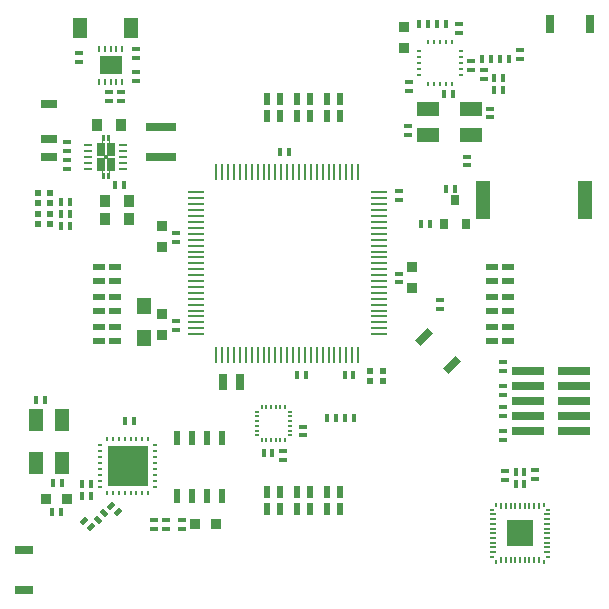
<source format=gtp>
G04 ================== begin FILE IDENTIFICATION RECORD ==================*
G04 Layout Name:  E:/git/clay/Circuit/R6/allegro/CLAYR6.brd*
G04 Film Name:    PASTE_TOP*
G04 File Format:  Gerber RS274X*
G04 File Origin:  Cadence Allegro 16.6-P004*
G04 Origin Date:  Sun Dec 13 23:06:28 2015*
G04 *
G04 Layer:  VIA CLASS/PASTEMASK_TOP*
G04 Layer:  PIN/PASTEMASK_TOP*
G04 Layer:  DRC ERROR CLASS/PASTEMASK_TOP*
G04 *
G04 Offset:    (0.00 0.00)*
G04 Mirror:    No*
G04 Mode:      Positive*
G04 Rotation:  0*
G04 FullContactRelief:  No*
G04 UndefLineWidth:     0.00*
G04 ================== end FILE IDENTIFICATION RECORD ====================*
%FSLAX25Y25*MOIN*%
%IR0*IPPOS*OFA0.00000B0.00000*MIA0B0*SFA1.00000B1.00000*%
%ADD29R,.1X.03*%
%ADD44R,.05X.125*%
%ADD47R,.105X.028*%
%AMMACRO40*
21,1,.028,.06,0.0,0.0,135.*%
%ADD40MACRO40*%
%ADD38R,.014X.007*%
%ADD37R,.007X.014*%
%ADD23R,.009X.022*%
%ADD20R,.031X.009*%
%ADD27R,.014X.009*%
%AMMACRO16*
21,1,.018,.028,0.0,0.0,135.*%
%ADD16MACRO16*%
%ADD26R,.009X.014*%
%ADD43R,.019X.008*%
%ADD46R,.008X.019*%
%ADD45R,.09X.09*%
%ADD14R,.021X.02*%
%ADD31R,.02X.05*%
%ADD33R,.052X.011*%
%ADD10R,.06X.03*%
%ADD48R,.03X.06*%
%ADD41R,.03X.033*%
%ADD35R,.011X.052*%
%AMMACRO19*
4,1,44,.0311,-.04567,
.01496,-.04567,
.01496,-.07402,
.00472,-.07402,
.00472,-.05433,
.00871,-.05433,
.00871,-.04567,
.00433,-.04567,
.00433,-.008,
-.00433,-.008,
-.00433,-.04567,
-.00898,-.04567,
-.00898,-.05433,
-.00472,-.05433,
-.00472,-.07402,
-.01496,-.07402,
-.01496,-.04567,
-.0311,-.04567,
-.0311,-.00433,
-.008,-.00433,
-.008,.00433,
-.0311,.00433,
-.0311,.04567,
-.01496,.04567,
-.01496,.07402,
-.00472,.07402,
-.00472,.05433,
-.00936,.05433,
-.00936,.04567,
-.00433,.04567,
-.00433,.008,
.00433,.008,
.00433,.04567,
.00942,.04567,
.00942,.05433,
.00474,.05433,
.00474,.07402,
.01496,.07402,
.01496,.04567,
.0311,.04567,
.0311,.00433,
.008,.00433,
.008,-.00433,
.0311,-.00433,
.0311,-.04567,
0.0*
%
%ADD19MACRO19*%
%ADD18R,.043X.023*%
%ADD36R,.023X.043*%
%ADD39R,.023X.019*%
%ADD22R,.038X.04*%
%ADD24R,.05X.065*%
%ADD15R,.055X.025*%
%ADD34R,.028X.052*%
%ADD30R,.075X.06*%
%ADD28R,.045X.055*%
%ADD21R,.028X.018*%
%AMMACRO17*
21,1,.018,.028,0.0,0.0,45.*%
%ADD17MACRO17*%
%ADD32R,.038X.036*%
%ADD13R,.018X.028*%
%ADD42R,.075X.045*%
%ADD11R,.036X.038*%
%ADD12R,.045X.075*%
%ADD25R,.135X.135*%
%LPD*%
G75*
G54D10*
X-93400Y-95393D03*
Y-82007D03*
G54D11*
X-86000Y-65000D03*
X-79000D03*
X-36100Y-73300D03*
X-29100D03*
G54D20*
X-71807Y52937D03*
Y50968D03*
Y49000D03*
Y47032D03*
Y45063D03*
X-60193Y52937D03*
Y50968D03*
Y49000D03*
Y47032D03*
Y45063D03*
G54D12*
X-89331Y-53134D03*
Y-38567D03*
X-80669Y-53134D03*
Y-38567D03*
G54D21*
X-78950Y47975D03*
Y45025D03*
Y53975D03*
Y51025D03*
X-75000Y83475D03*
Y80525D03*
X-64900Y70475D03*
Y67525D03*
X-60900Y70475D03*
Y67525D03*
X-55900Y77175D03*
Y74225D03*
Y81825D03*
Y84775D03*
X-49800Y-72125D03*
Y-75075D03*
X-45800Y-72125D03*
Y-75075D03*
X-40600D03*
Y-72125D03*
X-42600Y-8775D03*
Y-5825D03*
Y20725D03*
Y23675D03*
X-6900Y-52075D03*
Y-49125D03*
X-300Y-43875D03*
Y-40925D03*
X31600Y7125D03*
Y10075D03*
Y34525D03*
Y37475D03*
X45300Y1175D03*
Y-1775D03*
X35000Y71025D03*
X34600Y59375D03*
Y56425D03*
X35000Y73975D03*
X54500Y49075D03*
Y46125D03*
X62000Y62125D03*
Y65075D03*
X60000Y75025D03*
Y77975D03*
X55900Y80875D03*
Y77925D03*
X51700Y90325D03*
Y93275D03*
X66500Y-45475D03*
X77200Y-58475D03*
Y-55525D03*
X67000Y-58675D03*
Y-55725D03*
X66500Y-42525D03*
Y-37475D03*
Y-34525D03*
Y-27525D03*
Y-30475D03*
Y-22475D03*
Y-19525D03*
X72000Y84575D03*
Y81625D03*
G54D30*
X-64400Y79500D03*
G54D13*
X-86375Y-32000D03*
X-89325D03*
X-73975Y-64000D03*
X-71025D03*
Y-60000D03*
X-73975D03*
X-83625Y-59700D03*
X-80675D03*
X-83975Y-69500D03*
X-81025D03*
X-78025Y34100D03*
X-80975D03*
X-78025Y30000D03*
X-80975D03*
X-78025Y25900D03*
X-80975D03*
X-56725Y-39100D03*
X-59675D03*
X-62975Y39500D03*
X-60025D03*
X-10425Y-49600D03*
X-13375D03*
X-2075Y-23600D03*
X-4825Y50600D03*
X-7775D03*
X7925Y-38200D03*
X10875D03*
X13925D03*
X13625Y-23600D03*
X875D03*
X16875Y-38200D03*
X16575Y-23600D03*
X47425Y38400D03*
X42075Y26500D03*
X39125D03*
X46825Y69900D03*
X47475Y93300D03*
X44525D03*
X38525D03*
X41475D03*
X50375Y38400D03*
X49775Y69900D03*
X63525Y71200D03*
X62475Y81600D03*
X59525D03*
X63525Y75200D03*
X70625Y-60200D03*
X73575D03*
X70625Y-56200D03*
X73575D03*
X66475Y71200D03*
Y75200D03*
X68475Y81600D03*
X65525D03*
G54D22*
X-68937Y59600D03*
X-66137Y34400D03*
X-58263D03*
X-66137Y28300D03*
X-58263D03*
X-61063Y59600D03*
G54D31*
X-37100Y-64200D03*
X-42100D03*
X-37100Y-44800D03*
X-42100D03*
X-27100Y-64200D03*
X-32100D03*
X-27100Y-44800D03*
X-32100D03*
G54D40*
X49433Y-20533D03*
X39967Y-11067D03*
G54D32*
X-47200Y-10500D03*
Y-3500D03*
Y19100D03*
Y26100D03*
X36200Y5300D03*
Y12300D03*
X33500Y85200D03*
Y92200D03*
G54D41*
X46700Y26550D03*
X50400Y34450D03*
X54100Y26550D03*
G54D14*
X-88550Y33500D03*
X-84450D03*
X-88550Y26500D03*
X-84450D03*
X-88550Y30000D03*
X-84450D03*
X-88550Y37000D03*
X-84450D03*
G54D23*
X-68335Y85012D03*
Y73988D03*
X-66367Y85012D03*
X-64399D03*
X-62431D03*
X-60463D03*
X-66367Y73988D03*
X-64399D03*
X-62431D03*
X-60463D03*
G54D42*
X41266Y56419D03*
Y65081D03*
X55833Y56419D03*
Y65081D03*
G54D15*
X-84810Y54947D03*
Y49042D03*
Y66758D03*
G54D24*
X-74500Y91900D03*
X-57500D03*
G54D33*
X-36012Y-10122D03*
Y-8154D03*
Y-6185D03*
Y-4216D03*
Y-2248D03*
Y-280D03*
Y1689D03*
Y3658D03*
Y5626D03*
Y7594D03*
Y9563D03*
Y11532D03*
Y13500D03*
Y15468D03*
Y17437D03*
Y19406D03*
Y21374D03*
Y23342D03*
Y25311D03*
Y27280D03*
Y29248D03*
Y31216D03*
Y33185D03*
Y35154D03*
Y37122D03*
X25012Y-10122D03*
Y-8154D03*
Y-6185D03*
Y-4216D03*
Y-2248D03*
Y-280D03*
Y1689D03*
Y3658D03*
Y5626D03*
Y7594D03*
Y9563D03*
Y11532D03*
Y13500D03*
Y15468D03*
Y17437D03*
Y19406D03*
Y21374D03*
Y23342D03*
Y25311D03*
Y27280D03*
Y29248D03*
Y31216D03*
Y33185D03*
Y35154D03*
Y37122D03*
G54D25*
X-58700Y-54100D03*
G54D34*
X-21100Y-26000D03*
X-26900D03*
G54D43*
X63140Y-82780D03*
Y-81210D03*
Y-79640D03*
Y-78070D03*
Y-76500D03*
Y-74930D03*
Y-73360D03*
Y-71790D03*
Y-70220D03*
X81060Y-82780D03*
Y-81210D03*
Y-79640D03*
Y-78070D03*
Y-76500D03*
Y-74930D03*
Y-73360D03*
Y-71790D03*
Y-70220D03*
G54D16*
X-71057Y-74543D03*
X-73143Y-72457D03*
X-64143Y-67257D03*
X-62057Y-69343D03*
G54D17*
X-68643Y-71943D03*
X-66557Y-69857D03*
G54D35*
X-19280Y-17012D03*
X-21248D03*
X-23216D03*
X-25185D03*
X-27154D03*
X-29122D03*
X-19280Y44012D03*
X-21248D03*
X-23216D03*
X-25185D03*
X-27154D03*
X-29122D03*
X-3532Y-17012D03*
X-5500D03*
X-7468D03*
X-9437D03*
X-11406D03*
X-13374D03*
X-15342D03*
X-17311D03*
X-3532Y44012D03*
X-5500D03*
X-7468D03*
X-9437D03*
X-11406D03*
X-13374D03*
X-15342D03*
X-17311D03*
X14185Y-17012D03*
X12216D03*
X10248D03*
X8280D03*
X6311D03*
X4342D03*
X2374D03*
X406D03*
X-1563D03*
X14185Y44012D03*
X12216D03*
X10248D03*
X8280D03*
X6311D03*
X4342D03*
X2374D03*
X406D03*
X-1563D03*
X18122Y-17012D03*
X16154D03*
X18122Y44012D03*
X16154D03*
G54D26*
X-51800Y-63160D03*
X-53770D03*
X-55740D03*
X-57710D03*
X-59680D03*
X-61650D03*
X-63620D03*
X-65590D03*
X-51800Y-45040D03*
X-53770D03*
X-55740D03*
X-57710D03*
X-59680D03*
X-61650D03*
X-63620D03*
X-65590D03*
X47466Y73310D03*
X45497D03*
X43528D03*
X41560D03*
X47466Y87290D03*
X45497D03*
X43528D03*
X41560D03*
X49434Y73310D03*
Y87290D03*
G54D44*
X59674Y34500D03*
X93926D03*
G54D36*
X-2250Y-68250D03*
Y-62750D03*
X-12250Y-68250D03*
Y-62750D03*
X-7750Y-68250D03*
Y-62750D03*
X-2250Y68250D03*
Y62750D03*
X-7750Y68250D03*
Y62750D03*
X-12250Y68250D03*
Y62750D03*
X7750Y-68250D03*
Y-62750D03*
X12250Y-68250D03*
Y-62750D03*
X2250Y-68250D03*
Y-62750D03*
X12250Y68250D03*
Y62750D03*
X7750Y68250D03*
Y62750D03*
X2250Y68250D03*
Y62750D03*
G54D18*
X-68250Y-12250D03*
Y2250D03*
Y-2250D03*
Y-7750D03*
Y12250D03*
Y7750D03*
X-62750Y-12250D03*
Y2250D03*
Y-2250D03*
Y-7750D03*
Y12250D03*
Y7750D03*
X62750Y-12250D03*
Y-7750D03*
Y-2250D03*
Y2250D03*
Y7750D03*
Y12250D03*
X68250Y-12250D03*
Y-7750D03*
Y-2250D03*
Y2250D03*
Y7750D03*
Y12250D03*
G54D45*
X72100Y-76500D03*
G54D27*
X-67760Y-60990D03*
Y-47200D03*
Y-49170D03*
Y-51140D03*
Y-53110D03*
Y-55080D03*
Y-57050D03*
Y-59020D03*
X-49640Y-60990D03*
Y-47200D03*
Y-49170D03*
Y-51140D03*
Y-53110D03*
Y-55080D03*
Y-57050D03*
Y-59020D03*
X38510Y76366D03*
Y78334D03*
Y80303D03*
Y82272D03*
Y84240D03*
X52490Y76366D03*
Y78334D03*
Y80303D03*
Y82272D03*
Y84240D03*
G54D28*
X-53200Y-11450D03*
Y-750D03*
G54D19*
X-66000Y49000D03*
G54D46*
X78380Y-85460D03*
X76810D03*
X75240D03*
X73670D03*
X72100D03*
X70530D03*
X68960D03*
X67390D03*
X65820D03*
X78380Y-67540D03*
X76810D03*
X75240D03*
X73670D03*
X72100D03*
X70530D03*
X68960D03*
X67390D03*
X65820D03*
G54D37*
X-6163Y-45419D03*
X-7738D03*
X-9313D03*
X-10887D03*
X-12462D03*
X-14037D03*
X-6163Y-34381D03*
X-7738D03*
X-9313D03*
X-10887D03*
X-12462D03*
X-14037D03*
X79950Y-85985D03*
X64250D03*
X79950Y-67015D03*
X64250D03*
G54D38*
X-4541Y-43837D03*
Y-42262D03*
Y-40687D03*
Y-39113D03*
Y-37538D03*
Y-35963D03*
X-15619Y-43837D03*
Y-42262D03*
Y-40687D03*
Y-39113D03*
Y-37538D03*
Y-35963D03*
X62615Y-84350D03*
Y-68650D03*
X81585Y-84350D03*
Y-68650D03*
G54D47*
X74823Y-27500D03*
Y-32500D03*
Y-37500D03*
Y-42500D03*
Y-22500D03*
X90177Y-27500D03*
Y-32500D03*
Y-37500D03*
Y-42500D03*
Y-22500D03*
G54D29*
X-47600Y48980D03*
Y59020D03*
G54D39*
X22235Y-22525D03*
X26565D03*
X22235Y-25675D03*
X26565D03*
G54D48*
X95393Y93400D03*
X82007D03*
M02*

</source>
